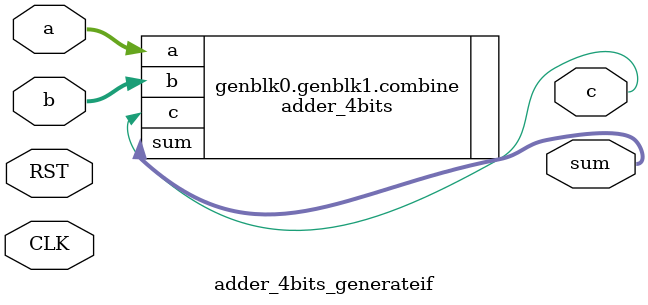
<source format=v>
/***********************************************
Module Name:   top_adder_4bits_generateif
Feature:       4 bits adder in combined or pipeline structure 
               which is selsected by generate
               Two adders in with 200 MHz clock and 50 MHz clock
Coder:         Garfield
Organization:  XXXX Group, Department of Architecture
------------------------------------------------------
Input ports:   a, b, 4 bits, operent
               CLK, 1bit clock
               RST, 1 bit, reset
Output Ports:  sum1, sum2, 4 bits, sum
               c1,c2, 1 bit, carry bit
------------------------------------------------------
History:
02-05-2016: First Version by Garfield
02-05-2016: First verified by Adder_4bits_generateif_test  ISE/Modelsim
***********************************************/
`define FREQUENCY1 200
`define FREQUENCY2 50
//If CLOCK_FREQUENCY is greater than HIGH_SPEED,
//the adder should be designed in pipeline

module top_adder_4bits_generateif
//Clock frequency in unit of MHz
  ( 
    input[3:0] a, b,
    input CLK1, CLK2, input RST,
    output[3:0] sum1, sum2,
    output c1, c2
  );
//Load other module(s)
adder_4bits_generateif #(.CLOCK_FREQNENCY(`FREQUENCY1) )      
A1 ( .a(a), .b(b),.CLK(CLK1), .RST(RST), .sum(sum1), .c(c1));

adder_4bits_generateif #(.CLOCK_FREQNENCY(`FREQUENCY2) )     
A2 ( .a(a), .b(b),.CLK(CLK2), .RST(RST), .sum(sum2), .c(c2));
//Definition for Variables in the module

//Logical
endmodule

/***********************************************
Module Name:   adder_4bits_generateif
Feature:       4 bits adder in combined or pipeline structure 
               which is selsected by generate
Coder:         Garfield
Organization:  XXXX Group, Department of Architecture
------------------------------------------------------
Input ports:   a, b, 4 bits, operent
               CLK, 1bit clock
               RST, 1 bit, reset
Output Ports:  sum, 4 bits, sum
               c, 1 bit, carry bit
------------------------------------------------------
History:
02-05-2016: First Version by Garfield
02-05-2016: First verified by Adder_4bits_generateif_test  ISE/Modelsim
***********************************************/
`define HIGH_SPEED  150
//If CLOCK_FREQUENCY is greater than HIGH_SPEED,
//the adder should be designed in pipeline

module adder_4bits_generateif
#(parameter CLOCK_FREQNENCY = 100)
//Clock frequency in unit of MHz
  ( 
    input[3:0] a, b,
    input CLK, input RST,
    output[3:0] sum,
    output c
  );
//Load other module(s)
generate
begin
    if ( CLOCK_FREQNENCY > `HIGH_SPEED)
    begin
        adder_4bits_pipeline pipeline( .a(a), .b(b),
                       .CLK(CLK), .RST(RST),
                       .sum(sum), .c(c));
    end
    else
    begin
        adder_4bits combine(.a(a), .b(b),
                       .sum(sum), .c(c));        
    end
end
endgenerate

//Definition for Variables in the module

//Logical
endmodule
</source>
